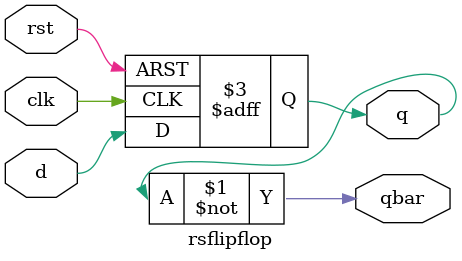
<source format=v>
module rsflipflop  (
    input d,clk,rst, output reg q, output qbar
);
   assign qbar = ~q;

    always @(posedge clk or posedge rst)
        begin
            if(rst) q<=1'b0;
            else begin 
                q<=d;
            end
        end
        
endmodule

</source>
